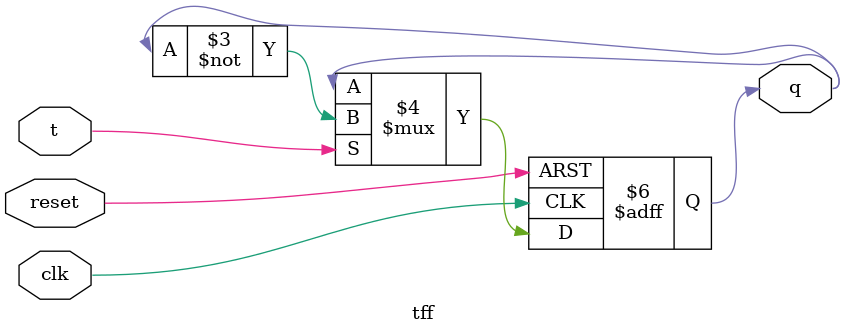
<source format=v>
module tff (
  input clk,
  input reset,
  input t,
  output reg q
);
  always @(negedge clk, negedge reset) begin
    if (!reset) q <= 0;
    else if (t) q<=~q;
  end
endmodule
</source>
